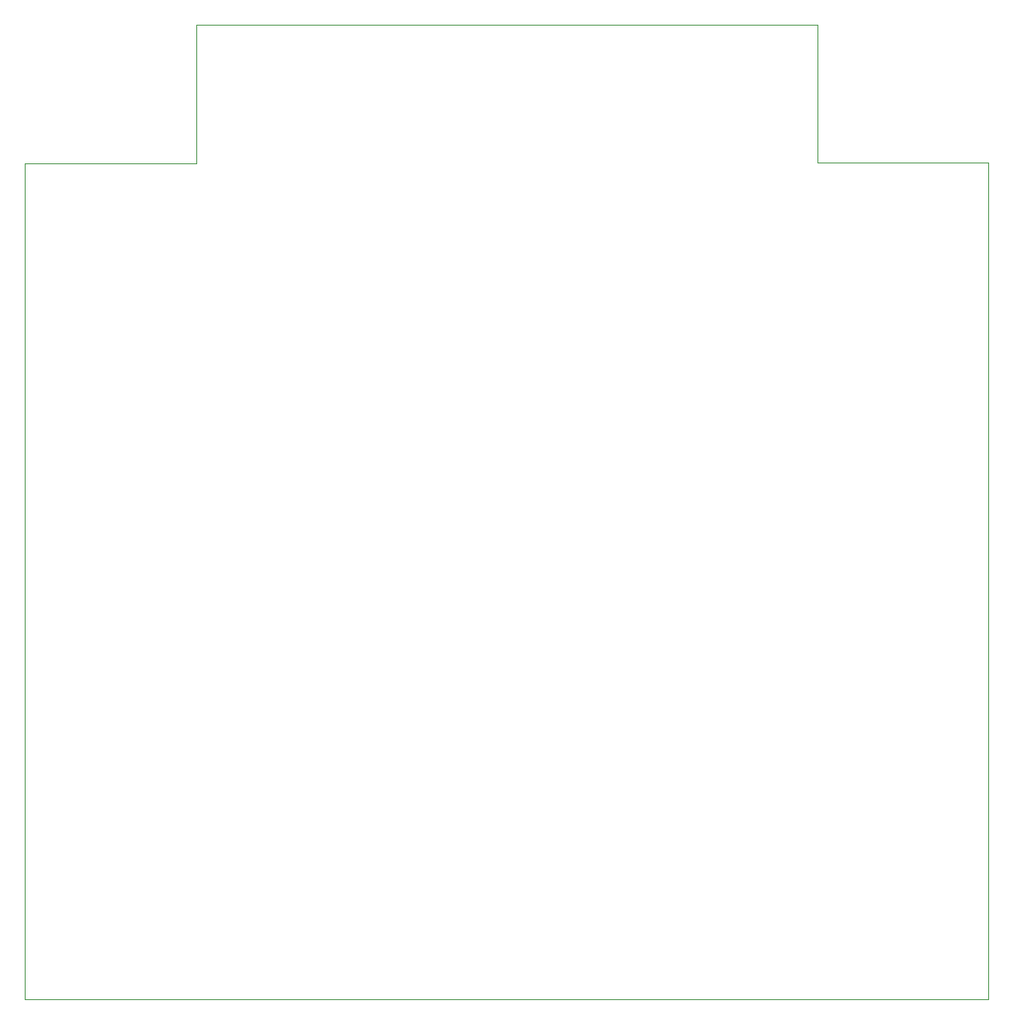
<source format=gbr>
%TF.GenerationSoftware,KiCad,Pcbnew,(7.0.0)*%
%TF.CreationDate,2023-08-05T12:50:32+01:00*%
%TF.ProjectId,DataIOTest,44617461-494f-4546-9573-742e6b696361,rev?*%
%TF.SameCoordinates,Original*%
%TF.FileFunction,Profile,NP*%
%FSLAX46Y46*%
G04 Gerber Fmt 4.6, Leading zero omitted, Abs format (unit mm)*
G04 Created by KiCad (PCBNEW (7.0.0)) date 2023-08-05 12:50:32*
%MOMM*%
%LPD*%
G01*
G04 APERTURE LIST*
%TA.AperFunction,Profile*%
%ADD10C,0.100000*%
%TD*%
G04 APERTURE END LIST*
D10*
X76962000Y-156718000D02*
X175895000Y-156718000D01*
X76962000Y-71000500D02*
X76962000Y-156718000D01*
X175895000Y-70866000D02*
X175895000Y-156718000D01*
X94615000Y-56769000D02*
X158369000Y-56769000D01*
X175895000Y-70866000D02*
X158369000Y-70866000D01*
X94615000Y-71000500D02*
X76962000Y-71000500D01*
X94615000Y-71000500D02*
X94615000Y-56769000D01*
X158369000Y-56769000D02*
X158369000Y-70866000D01*
M02*

</source>
